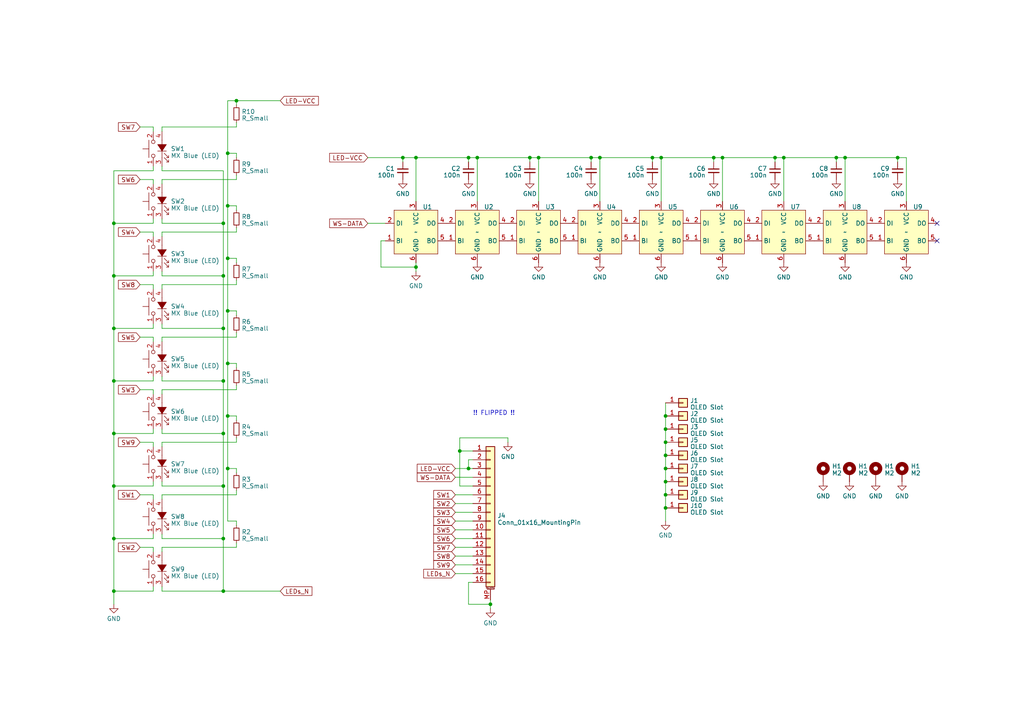
<source format=kicad_sch>
(kicad_sch (version 20221206) (generator eeschema)
  (paper "A4")
  (lib_symbols
    (symbol "Connector_Generic:Conn_01x01" (pin_names (offset 1.016) hide)
      (property "Reference" "J" (at 0 2.54 0))
      (property "Value" "Conn_01x01" (at 0 -2.54 0))
      (symbol "Conn_01x01_1_1"
        (rectangle (start -1.27 0.127) (end 0 -0.127) (stroke (width 0.1524)))
        (rectangle (start -1.27 1.27) (end 1.27 -1.27) (stroke (width 0.254)) (fill (type background)))
        (pin passive line (at -5.08 0 0) (length 3.81) (name "Pin_1") (number "1"))
      )
    )
    (symbol "Connector_Generic_MountingPin:Conn_01x16_MountingPin" (pin_names (offset 1.016) hide)
      (property "Reference" "J" (at 0 20.32 0))
      (property "Value" "Conn_01x16_MountingPin" (at 1.27 -22.86 0))
      (symbol "Conn_01x16_MountingPin_1_1"
        (rectangle (start -1.27 -20.193) (end 0 -20.447) (stroke (width 0.1524)))
        (rectangle (start -1.27 -17.653) (end 0 -17.907) (stroke (width 0.1524)))
        (rectangle (start -1.27 -15.113) (end 0 -15.367) (stroke (width 0.1524)))
        (rectangle (start -1.27 -12.573) (end 0 -12.827) (stroke (width 0.1524)))
        (rectangle (start -1.27 -10.033) (end 0 -10.287) (stroke (width 0.1524)))
        (rectangle (start -1.27 -7.493) (end 0 -7.747) (stroke (width 0.1524)))
        (rectangle (start -1.27 -4.953) (end 0 -5.207) (stroke (width 0.1524)))
        (rectangle (start -1.27 -2.413) (end 0 -2.667) (stroke (width 0.1524)))
        (rectangle (start -1.27 0.127) (end 0 -0.127) (stroke (width 0.1524)))
        (rectangle (start -1.27 2.667) (end 0 2.413) (stroke (width 0.1524)))
        (rectangle (start -1.27 5.207) (end 0 4.953) (stroke (width 0.1524)))
        (rectangle (start -1.27 7.747) (end 0 7.493) (stroke (width 0.1524)))
        (rectangle (start -1.27 10.287) (end 0 10.033) (stroke (width 0.1524)))
        (rectangle (start -1.27 12.827) (end 0 12.573) (stroke (width 0.1524)))
        (rectangle (start -1.27 15.367) (end 0 15.113) (stroke (width 0.1524)))
        (rectangle (start -1.27 17.907) (end 0 17.653) (stroke (width 0.1524)))
        (rectangle (start -1.27 19.05) (end 1.27 -21.59) (stroke (width 0.254)) (fill (type background)))
        (polyline (pts (xy -1.016 -22.352) (xy 1.016 -22.352)) (stroke (width 0.1524)))
        (text "Mounting" (at 0 -21.971 0) (effects (font (size 0.381 0.381))))
        (pin passive line (at -5.08 17.78 0) (length 3.81) (name "Pin_1") (number "1"))
        (pin passive line (at -5.08 -5.08 0) (length 3.81) (name "Pin_10") (number "10"))
        (pin passive line (at -5.08 -7.62 0) (length 3.81) (name "Pin_11") (number "11"))
        (pin passive line (at -5.08 -10.16 0) (length 3.81) (name "Pin_12") (number "12"))
        (pin passive line (at -5.08 -12.7 0) (length 3.81) (name "Pin_13") (number "13"))
        (pin passive line (at -5.08 -15.24 0) (length 3.81) (name "Pin_14") (number "14"))
        (pin passive line (at -5.08 -17.78 0) (length 3.81) (name "Pin_15") (number "15"))
        (pin passive line (at -5.08 -20.32 0) (length 3.81) (name "Pin_16") (number "16"))
        (pin passive line (at -5.08 15.24 0) (length 3.81) (name "Pin_2") (number "2"))
        (pin passive line (at -5.08 12.7 0) (length 3.81) (name "Pin_3") (number "3"))
        (pin passive line (at -5.08 10.16 0) (length 3.81) (name "Pin_4") (number "4"))
        (pin passive line (at -5.08 7.62 0) (length 3.81) (name "Pin_5") (number "5"))
        (pin passive line (at -5.08 5.08 0) (length 3.81) (name "Pin_6") (number "6"))
        (pin passive line (at -5.08 2.54 0) (length 3.81) (name "Pin_7") (number "7"))
        (pin passive line (at -5.08 0 0) (length 3.81) (name "Pin_8") (number "8"))
        (pin passive line (at -5.08 -2.54 0) (length 3.81) (name "Pin_9") (number "9"))
        (pin passive line (at 0 -25.4 90) (length 3.048) (name "MountPin") (number "MP"))
      )
    )
    (symbol "Device:C_Small" (pin_numbers hide) (pin_names (offset 0.254) hide)
      (property "Reference" "C" (at 0.254 1.778 0))
      (property "Value" "C_Small" (at 0.254 -2.032 0))
      (symbol "C_Small_0_1"
        (polyline (pts (xy -1.524 -0.508) (xy 1.524 -0.508)) (stroke (width 0.3302)))
        (polyline (pts (xy -1.524 0.508) (xy 1.524 0.508)) (stroke (width 0.3048)))
      )
      (symbol "C_Small_1_1"
        (pin passive line (at 0 2.54 270) (length 2.032) (name "~") (number "1"))
        (pin passive line (at 0 -2.54 90) (length 2.032) (name "~") (number "2"))
      )
    )
    (symbol "Device:R_Small" (pin_numbers hide) (pin_names (offset 0.254) hide)
      (property "Reference" "R" (at 0.762 0.508 0))
      (property "Value" "R_Small" (at 0.762 -1.016 0))
      (symbol "R_Small_0_1"
        (rectangle (start -0.762 1.778) (end 0.762 -1.778) (stroke (width 0.2032)))
      )
      (symbol "R_Small_1_1"
        (pin passive line (at 0 2.54 270) (length 0.762) (name "~") (number "1"))
        (pin passive line (at 0 -2.54 90) (length 0.762) (name "~") (number "2"))
      )
    )
    (symbol "Franz-Lib:WS2816"
      (property "Reference" "U" (at 0 10.16 0))
      (symbol "WS2816_0_1"
        (rectangle (start -6.35 6.35) (end 6.35 -6.35) (fill (type background)))
      )
      (symbol "WS2816_1_1"
        (pin input line (at -8.89 -2.54 0) (length 2.54) (name "BI") (number "1"))
        (pin input line (at -8.89 2.54 0) (length 2.54) (name "DI") (number "2"))
        (pin power_in line (at 0 8.89 270) (length 2.54) (name "VCC") (number "3"))
        (pin output line (at 8.89 2.54 180) (length 2.54) (name "DO") (number "4"))
        (pin output line (at 8.89 -2.54 180) (length 2.54) (name "BO") (number "5"))
        (pin power_in line (at 0 -8.89 90) (length 2.54) (name "GND") (number "6"))
      )
    )
    (symbol "Mechanical:MountingHole_Pad" (pin_numbers hide) (pin_names (offset 1.016) hide)
      (property "Reference" "H" (at 0 6.35 0))
      (property "Value" "MountingHole_Pad" (at 0 4.445 0))
      (symbol "MountingHole_Pad_0_1"
        (circle (center 0 1.27) (radius 1.27) (stroke (width 1.27)))
      )
      (symbol "MountingHole_Pad_1_1"
        (pin input line (at 0 -2.54 90) (length 2.54) (name "1") (number "1"))
      )
    )
    (symbol "Switch:SW_Push_LED" (pin_names (offset 1.016) hide)
      (property "Reference" "SW" (at 0.635 5.715 0))
      (property "Value" "SW_Push_LED" (at 0 -3.175 0))
      (symbol "SW_Push_LED_0_0"
        (polyline (pts (xy -3.81 -1.905) (xy -2.54 -0.635)))
        (polyline (pts (xy -2.54 -1.905) (xy -1.27 -0.635)))
        (polyline (pts (xy -2.54 0) (xy 2.54 0)))
        (polyline (pts (xy -0.635 1.27) (xy -0.635 -1.27)))
        (polyline (pts (xy -3.81 -1.27) (xy -3.81 -1.905) (xy -3.175 -1.905)))
        (polyline (pts (xy -2.54 -1.27) (xy -2.54 -1.905) (xy -1.905 -1.905)))
        (polyline (pts (xy -0.635 0) (xy 1.27 1.27) (xy 1.27 -1.27) (xy -0.635 0)) (fill (type outline)))
      )
      (symbol "SW_Push_LED_0_1"
        (circle (center -2.032 2.54) (radius 0.508))
        (polyline (pts (xy 0 3.81) (xy 0 5.588)))
        (polyline (pts (xy 2.54 3.81) (xy -2.54 3.81)))
        (circle (center 2.032 2.54) (radius 0.508))
        (pin passive line (at -5.08 2.54 0) (length 2.54) (name "1") (number "1"))
        (pin passive line (at 5.08 2.54 180) (length 2.54) (name "2") (number "2"))
        (pin passive line (at -5.08 0 0) (length 2.54) (name "K") (number "3"))
        (pin passive line (at 5.08 0 180) (length 2.54) (name "A") (number "4"))
      )
    )
    (symbol "power:GND" (power) (pin_names (offset 0))
      (property "Value" "GND" (at 0 -3.81 0))
      (symbol "GND_0_1"
        (polyline (pts (xy 0 0) (xy 0 -1.27) (xy 1.27 -1.27) (xy 0 -2.54) (xy -1.27 -1.27) (xy 0 -1.27)))
      )
      (symbol "GND_1_1"
        (pin power_in line (at 0 0 270) (length 0) hide (name "GND") (number "1"))
      )
    )
  )
  (junction (at 64.77 80.01))
  (junction (at 66.04 120.65))
  (junction (at 64.77 125.73))
  (junction (at 171.45 45.72))
  (junction (at 33.02 80.01))
  (junction (at 193.04 120.65))
  (junction (at 207.01 45.72))
  (junction (at 66.04 105.41))
  (junction (at 133.35 130.81))
  (junction (at 193.04 143.51))
  (junction (at 116.84 45.72))
  (junction (at 142.24 175.26))
  (junction (at 189.23 45.72))
  (junction (at 193.04 124.46))
  (junction (at 33.02 125.73))
  (junction (at 66.04 90.17))
  (junction (at 191.77 45.72))
  (junction (at 193.04 135.89))
  (junction (at 260.35 45.72))
  (junction (at 138.43 45.72))
  (junction (at 227.33 45.72))
  (junction (at 66.04 44.45))
  (junction (at 66.04 59.69))
  (junction (at 156.21 45.72))
  (junction (at 33.02 64.77))
  (junction (at 135.89 45.72))
  (junction (at 120.65 77.47))
  (junction (at 64.77 156.21))
  (junction (at 33.02 156.21))
  (junction (at 33.02 95.25))
  (junction (at 120.65 45.72))
  (junction (at 33.02 171.45))
  (junction (at 193.04 147.32))
  (junction (at 66.04 135.89))
  (junction (at 173.99 45.72))
  (junction (at 193.04 139.7))
  (junction (at 224.79 45.72))
  (junction (at 64.77 110.49))
  (junction (at 68.58 29.21))
  (junction (at 33.02 110.49))
  (junction (at 66.04 74.93))
  (junction (at 153.67 45.72))
  (junction (at 193.04 128.27))
  (junction (at 64.77 140.97))
  (junction (at 64.77 171.45))
  (junction (at 135.89 135.89))
  (junction (at 242.57 45.72))
  (junction (at 209.55 45.72))
  (junction (at 245.11 45.72))
  (junction (at 64.77 64.77))
  (junction (at 193.04 132.08))
  (junction (at 64.77 95.25))
  (junction (at 33.02 140.97))
  (no_connect (at 271.78 69.85))
  (no_connect (at 271.78 64.77))
  (wire (pts (xy 132.08 135.89) (xy 135.89 135.89)))
  (wire (pts (xy 33.02 171.45) (xy 33.02 175.26)))
  (wire (pts (xy 68.58 151.13) (xy 66.04 151.13)))
  (wire (pts (xy 33.02 140.97) (xy 33.02 125.73)))
  (wire (pts (xy 44.45 97.79) (xy 44.45 99.06)))
  (wire (pts (xy 171.45 45.72) (xy 171.45 46.99)))
  (wire (pts (xy 46.99 64.77) (xy 46.99 63.5)))
  (wire (pts (xy 33.02 125.73) (xy 44.45 125.73)))
  (wire (pts (xy 138.43 45.72) (xy 153.67 45.72)))
  (wire (pts (xy 64.77 95.25) (xy 64.77 80.01)))
  (wire (pts (xy 135.89 168.91) (xy 137.16 168.91)))
  (wire (pts (xy 193.04 128.27) (xy 193.04 132.08)))
  (wire (pts (xy 116.84 45.72) (xy 120.65 45.72)))
  (wire (pts (xy 66.04 59.69) (xy 66.04 74.93)))
  (wire (pts (xy 46.99 49.53) (xy 64.77 49.53)))
  (wire (pts (xy 135.89 45.72) (xy 135.89 46.99)))
  (wire (pts (xy 171.45 45.72) (xy 173.99 45.72)))
  (wire (pts (xy 193.04 135.89) (xy 193.04 139.7)))
  (wire (pts (xy 209.55 45.72) (xy 209.55 58.42)))
  (wire (pts (xy 227.33 45.72) (xy 242.57 45.72)))
  (wire (pts (xy 46.99 93.98) (xy 46.99 95.25)))
  (wire (pts (xy 46.99 170.18) (xy 46.99 171.45)))
  (wire (pts (xy 224.79 45.72) (xy 224.79 46.99)))
  (wire (pts (xy 44.45 140.97) (xy 44.45 139.7)))
  (wire (pts (xy 147.32 128.27) (xy 147.32 127)))
  (wire (pts (xy 193.04 116.84) (xy 193.04 120.65)))
  (wire (pts (xy 106.68 45.72) (xy 116.84 45.72)))
  (wire (pts (xy 135.89 135.89) (xy 135.89 133.35)))
  (wire (pts (xy 44.45 158.75) (xy 44.45 160.02)))
  (wire (pts (xy 245.11 45.72) (xy 245.11 58.42)))
  (wire (pts (xy 68.58 59.69) (xy 68.58 60.96)))
  (wire (pts (xy 44.45 67.31) (xy 44.45 68.58)))
  (wire (pts (xy 68.58 74.93) (xy 68.58 76.2)))
  (wire (pts (xy 68.58 66.04) (xy 68.58 67.31)))
  (wire (pts (xy 153.67 45.72) (xy 156.21 45.72)))
  (wire (pts (xy 68.58 157.48) (xy 68.58 158.75)))
  (wire (pts (xy 46.99 125.73) (xy 64.77 125.73)))
  (wire (pts (xy 224.79 45.72) (xy 227.33 45.72)))
  (wire (pts (xy 110.49 77.47) (xy 110.49 69.85)))
  (wire (pts (xy 68.58 90.17) (xy 68.58 91.44)))
  (wire (pts (xy 132.08 138.43) (xy 137.16 138.43)))
  (wire (pts (xy 46.99 109.22) (xy 46.99 110.49)))
  (wire (pts (xy 68.58 135.89) (xy 68.58 137.16)))
  (wire (pts (xy 245.11 45.72) (xy 260.35 45.72)))
  (wire (pts (xy 33.02 80.01) (xy 44.45 80.01)))
  (wire (pts (xy 33.02 95.25) (xy 44.45 95.25)))
  (wire (pts (xy 66.04 135.89) (xy 66.04 120.65)))
  (wire (pts (xy 44.45 36.83) (xy 44.45 38.1)))
  (wire (pts (xy 68.58 158.75) (xy 46.99 158.75)))
  (wire (pts (xy 132.08 151.13) (xy 137.16 151.13)))
  (wire (pts (xy 46.99 154.94) (xy 46.99 156.21)))
  (wire (pts (xy 44.45 64.77) (xy 44.45 63.5)))
  (wire (pts (xy 68.58 29.21) (xy 81.28 29.21)))
  (wire (pts (xy 68.58 105.41) (xy 68.58 106.68)))
  (wire (pts (xy 132.08 143.51) (xy 137.16 143.51)))
  (wire (pts (xy 142.24 175.26) (xy 142.24 176.53)))
  (wire (pts (xy 46.99 82.55) (xy 46.99 83.82)))
  (wire (pts (xy 132.08 163.83) (xy 137.16 163.83)))
  (wire (pts (xy 33.02 140.97) (xy 44.45 140.97)))
  (wire (pts (xy 133.35 130.81) (xy 137.16 130.81)))
  (wire (pts (xy 46.99 67.31) (xy 46.99 68.58)))
  (wire (pts (xy 135.89 175.26) (xy 135.89 168.91)))
  (wire (pts (xy 64.77 140.97) (xy 64.77 125.73)))
  (wire (pts (xy 189.23 45.72) (xy 191.77 45.72)))
  (wire (pts (xy 147.32 127) (xy 133.35 127)))
  (wire (pts (xy 135.89 45.72) (xy 138.43 45.72)))
  (wire (pts (xy 68.58 97.79) (xy 46.99 97.79)))
  (wire (pts (xy 46.99 156.21) (xy 64.77 156.21)))
  (wire (pts (xy 46.99 113.03) (xy 46.99 114.3)))
  (wire (pts (xy 138.43 45.72) (xy 138.43 58.42)))
  (wire (pts (xy 44.45 171.45) (xy 33.02 171.45)))
  (wire (pts (xy 68.58 128.27) (xy 46.99 128.27)))
  (wire (pts (xy 66.04 44.45) (xy 68.58 44.45)))
  (wire (pts (xy 46.99 139.7) (xy 46.99 140.97)))
  (wire (pts (xy 66.04 44.45) (xy 66.04 29.21)))
  (wire (pts (xy 68.58 127) (xy 68.58 128.27)))
  (wire (pts (xy 46.99 171.45) (xy 64.77 171.45)))
  (wire (pts (xy 44.45 82.55) (xy 44.45 83.82)))
  (wire (pts (xy 68.58 67.31) (xy 46.99 67.31)))
  (wire (pts (xy 66.04 59.69) (xy 66.04 44.45)))
  (wire (pts (xy 193.04 132.08) (xy 193.04 135.89)))
  (wire (pts (xy 68.58 120.65) (xy 68.58 121.92)))
  (wire (pts (xy 193.04 124.46) (xy 193.04 128.27)))
  (wire (pts (xy 193.04 120.65) (xy 193.04 124.46)))
  (wire (pts (xy 40.64 82.55) (xy 44.45 82.55)))
  (wire (pts (xy 64.77 49.53) (xy 64.77 64.77)))
  (wire (pts (xy 153.67 45.72) (xy 153.67 46.99)))
  (wire (pts (xy 68.58 111.76) (xy 68.58 113.03)))
  (wire (pts (xy 44.45 156.21) (xy 44.45 154.94)))
  (wire (pts (xy 133.35 127) (xy 133.35 130.81)))
  (wire (pts (xy 262.89 45.72) (xy 262.89 58.42)))
  (wire (pts (xy 132.08 161.29) (xy 137.16 161.29)))
  (wire (pts (xy 132.08 166.37) (xy 137.16 166.37)))
  (wire (pts (xy 68.58 44.45) (xy 68.58 45.72)))
  (wire (pts (xy 46.99 124.46) (xy 46.99 125.73)))
  (wire (pts (xy 66.04 105.41) (xy 68.58 105.41)))
  (wire (pts (xy 193.04 147.32) (xy 193.04 151.13)))
  (wire (pts (xy 68.58 52.07) (xy 46.99 52.07)))
  (wire (pts (xy 120.65 77.47) (xy 120.65 76.2)))
  (wire (pts (xy 137.16 140.97) (xy 133.35 140.97)))
  (wire (pts (xy 33.02 64.77) (xy 33.02 49.53)))
  (wire (pts (xy 135.89 133.35) (xy 137.16 133.35)))
  (wire (pts (xy 66.04 59.69) (xy 68.58 59.69)))
  (wire (pts (xy 46.99 36.83) (xy 46.99 38.1)))
  (wire (pts (xy 33.02 95.25) (xy 33.02 80.01)))
  (wire (pts (xy 64.77 156.21) (xy 64.77 140.97)))
  (wire (pts (xy 40.64 67.31) (xy 44.45 67.31)))
  (wire (pts (xy 40.64 158.75) (xy 44.45 158.75)))
  (wire (pts (xy 64.77 110.49) (xy 64.77 95.25)))
  (wire (pts (xy 66.04 74.93) (xy 66.04 90.17)))
  (wire (pts (xy 68.58 142.24) (xy 68.58 143.51)))
  (wire (pts (xy 189.23 45.72) (xy 189.23 46.99)))
  (wire (pts (xy 227.33 45.72) (xy 227.33 58.42)))
  (wire (pts (xy 209.55 45.72) (xy 224.79 45.72)))
  (wire (pts (xy 260.35 45.72) (xy 262.89 45.72)))
  (wire (pts (xy 173.99 45.72) (xy 189.23 45.72)))
  (wire (pts (xy 46.99 143.51) (xy 46.99 144.78)))
  (wire (pts (xy 44.45 128.27) (xy 44.45 129.54)))
  (wire (pts (xy 64.77 125.73) (xy 64.77 110.49)))
  (wire (pts (xy 40.64 52.07) (xy 44.45 52.07)))
  (wire (pts (xy 46.99 110.49) (xy 64.77 110.49)))
  (wire (pts (xy 207.01 45.72) (xy 209.55 45.72)))
  (wire (pts (xy 46.99 52.07) (xy 46.99 53.34)))
  (wire (pts (xy 68.58 113.03) (xy 46.99 113.03)))
  (wire (pts (xy 33.02 64.77) (xy 44.45 64.77)))
  (wire (pts (xy 68.58 96.52) (xy 68.58 97.79)))
  (wire (pts (xy 132.08 153.67) (xy 137.16 153.67)))
  (wire (pts (xy 44.45 143.51) (xy 44.45 144.78)))
  (wire (pts (xy 193.04 139.7) (xy 193.04 143.51)))
  (wire (pts (xy 68.58 50.8) (xy 68.58 52.07)))
  (wire (pts (xy 116.84 45.72) (xy 116.84 46.99)))
  (wire (pts (xy 46.99 78.74) (xy 46.99 80.01)))
  (wire (pts (xy 33.02 110.49) (xy 33.02 95.25)))
  (wire (pts (xy 133.35 140.97) (xy 133.35 130.81)))
  (wire (pts (xy 156.21 45.72) (xy 171.45 45.72)))
  (wire (pts (xy 135.89 135.89) (xy 137.16 135.89)))
  (wire (pts (xy 46.99 97.79) (xy 46.99 99.06)))
  (wire (pts (xy 120.65 78.74) (xy 120.65 77.47)))
  (wire (pts (xy 44.45 52.07) (xy 44.45 53.34)))
  (wire (pts (xy 242.57 45.72) (xy 245.11 45.72)))
  (wire (pts (xy 33.02 80.01) (xy 33.02 64.77)))
  (wire (pts (xy 68.58 29.21) (xy 68.58 30.48)))
  (wire (pts (xy 68.58 35.56) (xy 68.58 36.83)))
  (wire (pts (xy 68.58 143.51) (xy 46.99 143.51)))
  (wire (pts (xy 68.58 82.55) (xy 46.99 82.55)))
  (wire (pts (xy 44.45 125.73) (xy 44.45 124.46)))
  (wire (pts (xy 44.45 170.18) (xy 44.45 171.45)))
  (wire (pts (xy 66.04 29.21) (xy 68.58 29.21)))
  (wire (pts (xy 33.02 171.45) (xy 33.02 156.21)))
  (wire (pts (xy 191.77 45.72) (xy 207.01 45.72)))
  (wire (pts (xy 33.02 156.21) (xy 44.45 156.21)))
  (wire (pts (xy 66.04 151.13) (xy 66.04 135.89)))
  (wire (pts (xy 46.99 140.97) (xy 64.77 140.97)))
  (wire (pts (xy 132.08 148.59) (xy 137.16 148.59)))
  (wire (pts (xy 173.99 45.72) (xy 173.99 58.42)))
  (wire (pts (xy 193.04 143.51) (xy 193.04 147.32)))
  (wire (pts (xy 46.99 128.27) (xy 46.99 129.54)))
  (wire (pts (xy 66.04 105.41) (xy 66.04 90.17)))
  (wire (pts (xy 260.35 45.72) (xy 260.35 46.99)))
  (wire (pts (xy 142.24 173.99) (xy 142.24 175.26)))
  (wire (pts (xy 156.21 45.72) (xy 156.21 58.42)))
  (wire (pts (xy 120.65 45.72) (xy 135.89 45.72)))
  (wire (pts (xy 132.08 158.75) (xy 137.16 158.75)))
  (wire (pts (xy 132.08 146.05) (xy 137.16 146.05)))
  (wire (pts (xy 64.77 171.45) (xy 81.28 171.45)))
  (wire (pts (xy 68.58 152.4) (xy 68.58 151.13)))
  (wire (pts (xy 66.04 120.65) (xy 68.58 120.65)))
  (wire (pts (xy 64.77 171.45) (xy 64.77 156.21)))
  (wire (pts (xy 44.45 49.53) (xy 44.45 48.26)))
  (wire (pts (xy 46.99 80.01) (xy 64.77 80.01)))
  (wire (pts (xy 40.64 36.83) (xy 44.45 36.83)))
  (wire (pts (xy 40.64 97.79) (xy 44.45 97.79)))
  (wire (pts (xy 64.77 64.77) (xy 46.99 64.77)))
  (wire (pts (xy 68.58 36.83) (xy 46.99 36.83)))
  (wire (pts (xy 120.65 45.72) (xy 120.65 58.42)))
  (wire (pts (xy 33.02 125.73) (xy 33.02 110.49)))
  (wire (pts (xy 132.08 156.21) (xy 137.16 156.21)))
  (wire (pts (xy 40.64 143.51) (xy 44.45 143.51)))
  (wire (pts (xy 66.04 74.93) (xy 68.58 74.93)))
  (wire (pts (xy 46.99 48.26) (xy 46.99 49.53)))
  (wire (pts (xy 106.68 64.77) (xy 111.76 64.77)))
  (wire (pts (xy 46.99 158.75) (xy 46.99 160.02)))
  (wire (pts (xy 68.58 81.28) (xy 68.58 82.55)))
  (wire (pts (xy 44.45 80.01) (xy 44.45 78.74)))
  (wire (pts (xy 120.65 77.47) (xy 110.49 77.47)))
  (wire (pts (xy 110.49 69.85) (xy 111.76 69.85)))
  (wire (pts (xy 44.45 110.49) (xy 44.45 109.22)))
  (wire (pts (xy 66.04 135.89) (xy 68.58 135.89)))
  (wire (pts (xy 40.64 113.03) (xy 44.45 113.03)))
  (wire (pts (xy 207.01 45.72) (xy 207.01 46.99)))
  (wire (pts (xy 33.02 49.53) (xy 44.45 49.53)))
  (wire (pts (xy 66.04 90.17) (xy 68.58 90.17)))
  (wire (pts (xy 66.04 120.65) (xy 66.04 105.41)))
  (wire (pts (xy 44.45 113.03) (xy 44.45 114.3)))
  (wire (pts (xy 33.02 156.21) (xy 33.02 140.97)))
  (wire (pts (xy 33.02 110.49) (xy 44.45 110.49)))
  (wire (pts (xy 142.24 175.26) (xy 135.89 175.26)))
  (wire (pts (xy 191.77 45.72) (xy 191.77 58.42)))
  (wire (pts (xy 64.77 64.77) (xy 64.77 80.01)))
  (wire (pts (xy 40.64 128.27) (xy 44.45 128.27)))
  (wire (pts (xy 242.57 45.72) (xy 242.57 46.99)))
  (wire (pts (xy 44.45 95.25) (xy 44.45 93.98)))
  (wire (pts (xy 46.99 95.25) (xy 64.77 95.25)))
  (text "!! FLIPPED !!" (at 137.16 120.65 0) (effects (font (size 1.27 1.27)) (justify left bottom)))
  (global_label "SW8" (shape input) (at 40.64 82.55 180) (property "Intersheetrefs" "${INTERSHEET_REFS}" (effects hide)))
  (global_label "SW8" (shape input) (at 132.08 161.29 180) (property "Intersheetrefs" "${INTERSHEET_REFS}" (effects hide)))
  (global_label "LED-VCC" (shape input) (at 81.28 29.21 0) (property "Intersheetrefs" "${INTERSHEET_REFS}" (effects hide)))
  (global_label "SW6" (shape input) (at 40.64 52.07 180) (property "Intersheetrefs" "${INTERSHEET_REFS}" (effects hide)))
  (global_label "SW9" (shape input) (at 40.64 128.27 180) (property "Intersheetrefs" "${INTERSHEET_REFS}" (effects hide)))
  (global_label "SW4" (shape input) (at 132.08 151.13 180) (property "Intersheetrefs" "${INTERSHEET_REFS}" (effects hide)))
  (global_label "SW3" (shape input) (at 132.08 148.59 180) (property "Intersheetrefs" "${INTERSHEET_REFS}" (effects hide)))
  (global_label "LED-VCC" (shape input) (at 106.68 45.72 180) (property "Intersheetrefs" "${INTERSHEET_REFS}" (effects hide)))
  (global_label "SW3" (shape input) (at 40.64 113.03 180) (property "Intersheetrefs" "${INTERSHEET_REFS}" (effects hide)))
  (global_label "SW5" (shape input) (at 40.64 97.79 180) (property "Intersheetrefs" "${INTERSHEET_REFS}" (effects hide)))
  (global_label "SW7" (shape input) (at 132.08 158.75 180) (property "Intersheetrefs" "${INTERSHEET_REFS}" (effects hide)))
  (global_label "SW6" (shape input) (at 132.08 156.21 180) (property "Intersheetrefs" "${INTERSHEET_REFS}" (effects hide)))
  (global_label "SW1" (shape input) (at 40.64 143.51 180) (property "Intersheetrefs" "${INTERSHEET_REFS}" (effects hide)))
  (global_label "LEDs_N" (shape input) (at 81.28 171.45 0) (property "Intersheetrefs" "${INTERSHEET_REFS}" (effects hide)))
  (global_label "SW5" (shape input) (at 132.08 153.67 180) (property "Intersheetrefs" "${INTERSHEET_REFS}" (effects hide)))
  (global_label "SW4" (shape input) (at 40.64 67.31 180) (property "Intersheetrefs" "${INTERSHEET_REFS}" (effects hide)))
  (global_label "LED-VCC" (shape input) (at 132.08 135.89 180) (property "Intersheetrefs" "${INTERSHEET_REFS}" (effects hide)))
  (global_label "SW9" (shape input) (at 132.08 163.83 180) (property "Intersheetrefs" "${INTERSHEET_REFS}" (effects hide)))
  (global_label "SW1" (shape input) (at 132.08 143.51 180) (property "Intersheetrefs" "${INTERSHEET_REFS}" (effects hide)))
  (global_label "WS-DATA" (shape input) (at 132.08 138.43 180) (property "Intersheetrefs" "${INTERSHEET_REFS}" (effects hide)))
  (global_label "WS-DATA" (shape input) (at 106.68 64.77 180) (property "Intersheetrefs" "${INTERSHEET_REFS}" (effects hide)))
  (global_label "SW7" (shape input) (at 40.64 36.83 180) (property "Intersheetrefs" "${INTERSHEET_REFS}" (effects hide)))
  (global_label "SW2" (shape input) (at 132.08 146.05 180) (property "Intersheetrefs" "${INTERSHEET_REFS}" (effects hide)))
  (global_label "SW2" (shape input) (at 40.64 158.75 180) (property "Intersheetrefs" "${INTERSHEET_REFS}" (effects hide)))
  (global_label "LEDs_N" (shape input) (at 132.08 166.37 180) (property "Intersheetrefs" "${INTERSHEET_REFS}" (effects hide)))
  (symbol (lib_id "power:GND") (at 246.38 139.7 0) (unit 1)
    (property "Reference" "#PWR0113" (effects hide))
    (property "Value" "GND" (at 246.38 143.8752 0))
  )
  (symbol (lib_id "Device:R_Small") (at 68.58 63.5 0) (unit 1)
    (property "Reference" "R8" (at 70.0786 62.8563 0) (effects (justify left)))
    (property "Value" "R_Small" (at 70.0786 64.7773 0) (effects (justify left)))
    (property "Footprint" "Franz-Lib:R_0603_1608Metric_NoSilk" (effects hide))
  )
  (symbol (lib_id "Device:R_Small") (at 68.58 33.02 0) (unit 1)
    (property "Reference" "R10" (at 70.0786 32.3763 0) (effects (justify left)))
    (property "Value" "R_Small" (at 70.0786 34.2973 0) (effects (justify left)))
    (property "Footprint" "Franz-Lib:R_0603_1608Metric_NoSilk" (effects hide))
  )
  (symbol (lib_id "Device:R_Small") (at 68.58 48.26 0) (unit 1)
    (property "Reference" "R9" (at 70.0786 47.6163 0) (effects (justify left)))
    (property "Value" "R_Small" (at 70.0786 49.5373 0) (effects (justify left)))
    (property "Footprint" "Franz-Lib:R_0603_1608Metric_NoSilk" (effects hide))
  )
  (symbol (lib_id "Device:R_Small") (at 68.58 154.94 0) (unit 1)
    (property "Reference" "R2" (at 70.0786 154.2963 0) (effects (justify left)))
    (property "Value" "R_Small" (at 70.0786 156.2173 0) (effects (justify left)))
    (property "Footprint" "Franz-Lib:R_0603_1608Metric_NoSilk" (effects hide))
  )
  (symbol (lib_id "Mechanical:MountingHole_Pad") (at 238.76 137.16 0) (unit 1)
    (property "Reference" "H1" (at 241.3 135.2217 0) (effects (justify left)))
    (property "Value" "M2" (at 241.3 137.2221 0) (effects (justify left)))
    (property "Footprint" "Franz-Lib:MountingHole_2.2mm_M2_Pad_Via_NoSilk" (effects hide))
  )
  (symbol (lib_id "Connector_Generic:Conn_01x01") (at 198.12 132.08 0) (unit 1)
    (property "Reference" "J6" (at 200.152 131.4363 0) (effects (justify left)))
    (property "Value" "OLED Slot" (at 200.152 133.3573 0) (effects (justify left)))
    (property "Footprint" "Franz-Lib:Plated_Slot_10x1mm" (effects hide))
  )
  (symbol (lib_id "Device:R_Small") (at 68.58 139.7 0) (unit 1)
    (property "Reference" "R3" (at 70.0786 139.0563 0) (effects (justify left)))
    (property "Value" "R_Small" (at 70.0786 140.9773 0) (effects (justify left)))
    (property "Footprint" "Franz-Lib:R_0603_1608Metric_NoSilk" (effects hide))
  )
  (symbol (lib_id "power:GND") (at 171.45 52.07 0) (unit 1)
    (property "Reference" "#PWR0114" (effects hide))
    (property "Value" "GND" (at 171.45 56.2055 0))
  )
  (symbol (lib_id "Connector_Generic_MountingPin:Conn_01x16_MountingPin") (at 142.24 148.59 0) (unit 1)
    (property "Reference" "J4" (at 144.272 149.5473 0) (effects (justify left)))
    (property "Value" "Conn_01x16_MountingPin" (at 144.272 151.5477 0) (effects (justify left)))
    (property "Footprint" "Franz-Lib:68711614022" (effects hide))
  )
  (symbol (lib_id "power:GND") (at 238.76 139.7 0) (unit 1)
    (property "Reference" "#PWR0103" (effects hide))
    (property "Value" "GND" (at 238.76 143.8752 0))
  )
  (symbol (lib_id "Device:R_Small") (at 68.58 109.22 0) (unit 1)
    (property "Reference" "R5" (at 70.0786 108.5763 0) (effects (justify left)))
    (property "Value" "R_Small" (at 70.0786 110.4973 0) (effects (justify left)))
    (property "Footprint" "Franz-Lib:R_0603_1608Metric_NoSilk" (effects hide))
  )
  (symbol (lib_id "Franz-Lib:WS2816") (at 173.99 67.31 0) (unit 1)
    (property "Reference" "U4" (at 175.9459 59.9981 0) (effects (justify left)))
    (property "Value" "~" (at 173.99 67.31 0))
    (property "Footprint" "Franz-Lib:WS2816" (effects hide))
  )
  (symbol (lib_id "Device:R_Small") (at 68.58 124.46 0) (unit 1)
    (property "Reference" "R4" (at 70.0786 123.8163 0) (effects (justify left)))
    (property "Value" "R_Small" (at 70.0786 125.7373 0) (effects (justify left)))
    (property "Footprint" "Franz-Lib:R_0603_1608Metric_NoSilk" (effects hide))
  )
  (symbol (lib_id "Mechanical:MountingHole_Pad") (at 254 137.16 0) (unit 1)
    (property "Reference" "H1" (at 256.54 135.2217 0) (effects (justify left)))
    (property "Value" "M2" (at 256.54 137.2221 0) (effects (justify left)))
    (property "Footprint" "Franz-Lib:MountingHole_2.2mm_M2_Pad_Via_NoSilk" (effects hide))
  )
  (symbol (lib_id "power:GND") (at 254 139.7 0) (unit 1)
    (property "Reference" "#PWR0105" (effects hide))
    (property "Value" "GND" (at 254 143.8752 0))
  )
  (symbol (lib_id "Switch:SW_Push_LED") (at 46.99 165.1 90) (unit 1)
    (property "Reference" "SW9" (at 49.53 165.0667 90) (effects (justify right)))
    (property "Value" "MX Blue (LED)" (at 49.53 167.0671 90) (effects (justify right)))
    (property "Footprint" "Franz-Lib:SW_Cherry_MX_1.00u_Plate_NoSilk" (effects hide))
  )
  (symbol (lib_id "Device:C_Small") (at 116.84 49.53 0) (unit 1)
    (property "Reference" "C1" (at 114.5159 48.8926 0) (effects (justify right)))
    (property "Value" "100n" (at 114.5159 50.8136 0) (effects (justify right)))
    (property "Footprint" "Franz-Lib:C_0402_1005Metric_NoSilk" (effects hide))
  )
  (symbol (lib_id "Switch:SW_Push_LED") (at 46.99 88.9 90) (unit 1)
    (property "Reference" "SW4" (at 49.53 88.8667 90) (effects (justify right)))
    (property "Value" "MX Blue (LED)" (at 49.53 90.8671 90) (effects (justify right)))
    (property "Footprint" "Franz-Lib:SW_Cherry_MX_1.00u_Plate_NoSilk" (effects hide))
  )
  (symbol (lib_id "power:GND") (at 135.89 52.07 0) (unit 1)
    (property "Reference" "#PWR0108" (effects hide))
    (property "Value" "GND" (at 135.89 56.2055 0))
  )
  (symbol (lib_id "Connector_Generic:Conn_01x01") (at 198.12 128.27 0) (unit 1)
    (property "Reference" "J5" (at 200.152 127.6263 0) (effects (justify left)))
    (property "Value" "OLED Slot" (at 200.152 129.5473 0) (effects (justify left)))
    (property "Footprint" "Franz-Lib:Plated_Slot_10x1mm" (effects hide))
  )
  (symbol (lib_id "power:GND") (at 209.55 76.2 0) (unit 1)
    (property "Reference" "#PWR0117" (effects hide))
    (property "Value" "GND" (at 209.55 80.3752 0))
  )
  (symbol (lib_id "power:GND") (at 147.32 128.27 0) (unit 1)
    (property "Reference" "#PWR0115" (effects hide))
    (property "Value" "GND" (at 147.32 132.4452 0))
  )
  (symbol (lib_id "Switch:SW_Push_LED") (at 46.99 73.66 90) (unit 1)
    (property "Reference" "SW3" (at 49.53 73.6267 90) (effects (justify right)))
    (property "Value" "MX Blue (LED)" (at 49.53 75.6271 90) (effects (justify right)))
    (property "Footprint" "Franz-Lib:SW_Cherry_MX_1.00u_Plate_NoSilk" (effects hide))
  )
  (symbol (lib_id "Connector_Generic:Conn_01x01") (at 198.12 147.32 0) (unit 1)
    (property "Reference" "J10" (at 200.152 146.6763 0) (effects (justify left)))
    (property "Value" "OLED Slot" (at 200.152 148.5973 0) (effects (justify left)))
    (property "Footprint" "Franz-Lib:Plated_Slot_10x1mm" (effects hide))
  )
  (symbol (lib_id "power:GND") (at 33.02 175.26 0) (mirror y) (unit 1)
    (property "Reference" "#PWR0101" (effects hide))
    (property "Value" "GND" (at 33.02 179.4352 0))
  )
  (symbol (lib_id "power:GND") (at 153.67 52.07 0) (unit 1)
    (property "Reference" "#PWR0107" (effects hide))
    (property "Value" "GND" (at 153.67 56.2055 0))
  )
  (symbol (lib_id "power:GND") (at 262.89 76.2 0) (unit 1)
    (property "Reference" "#PWR0125" (effects hide))
    (property "Value" "GND" (at 262.89 80.3752 0))
  )
  (symbol (lib_id "Device:R_Small") (at 68.58 78.74 0) (unit 1)
    (property "Reference" "R7" (at 70.0786 78.0963 0) (effects (justify left)))
    (property "Value" "R_Small" (at 70.0786 80.0173 0) (effects (justify left)))
    (property "Footprint" "Franz-Lib:R_0603_1608Metric_NoSilk" (effects hide))
  )
  (symbol (lib_id "power:GND") (at 261.62 139.7 0) (unit 1)
    (property "Reference" "#PWR0106" (effects hide))
    (property "Value" "GND" (at 261.62 143.8752 0))
  )
  (symbol (lib_id "Connector_Generic:Conn_01x01") (at 198.12 143.51 0) (unit 1)
    (property "Reference" "J9" (at 200.152 142.8663 0) (effects (justify left)))
    (property "Value" "OLED Slot" (at 200.152 144.7873 0) (effects (justify left)))
    (property "Footprint" "Franz-Lib:Plated_Slot_10x1mm" (effects hide))
  )
  (symbol (lib_id "power:GND") (at 173.99 76.2 0) (unit 1)
    (property "Reference" "#PWR0120" (effects hide))
    (property "Value" "GND" (at 173.99 80.3752 0))
  )
  (symbol (lib_id "Connector_Generic:Conn_01x01") (at 198.12 120.65 0) (unit 1)
    (property "Reference" "J2" (at 200.152 120.0063 0) (effects (justify left)))
    (property "Value" "OLED Slot" (at 200.152 121.9273 0) (effects (justify left)))
    (property "Footprint" "Franz-Lib:Plated_Slot_10x1mm" (effects hide))
  )
  (symbol (lib_id "power:GND") (at 120.65 78.74 0) (unit 1)
    (property "Reference" "#PWR0112" (effects hide))
    (property "Value" "GND" (at 120.65 82.9152 0))
  )
  (symbol (lib_id "Franz-Lib:WS2816") (at 209.55 67.31 0) (unit 1)
    (property "Reference" "U6" (at 211.5059 59.9981 0) (effects (justify left)))
    (property "Value" "~" (at 209.55 67.31 0))
    (property "Footprint" "Franz-Lib:WS2816" (effects hide))
  )
  (symbol (lib_id "Device:C_Small") (at 242.57 49.53 0) (unit 1)
    (property "Reference" "C8" (at 240.2459 48.8926 0) (effects (justify right)))
    (property "Value" "100n" (at 240.2459 50.8136 0) (effects (justify right)))
    (property "Footprint" "Franz-Lib:C_0402_1005Metric_NoSilk" (effects hide))
  )
  (symbol (lib_id "Mechanical:MountingHole_Pad") (at 246.38 137.16 0) (unit 1)
    (property "Reference" "H1" (at 248.92 135.2217 0) (effects (justify left)))
    (property "Value" "M2" (at 248.92 137.2221 0) (effects (justify left)))
    (property "Footprint" "Franz-Lib:MountingHole_2.2mm_M2_Pad_Via_NoSilk" (effects hide))
  )
  (symbol (lib_id "power:GND") (at 245.11 76.2 0) (unit 1)
    (property "Reference" "#PWR0124" (effects hide))
    (property "Value" "GND" (at 245.11 80.3752 0))
  )
  (symbol (lib_id "power:GND") (at 227.33 76.2 0) (unit 1)
    (property "Reference" "#PWR0126" (effects hide))
    (property "Value" "GND" (at 227.33 80.3752 0))
  )
  (symbol (lib_id "Switch:SW_Push_LED") (at 46.99 149.86 90) (unit 1)
    (property "Reference" "SW8" (at 49.53 149.8267 90) (effects (justify right)))
    (property "Value" "MX Blue (LED)" (at 49.53 151.8271 90) (effects (justify right)))
    (property "Footprint" "Franz-Lib:SW_Cherry_MX_1.00u_Plate_NoSilk" (effects hide))
  )
  (symbol (lib_id "Franz-Lib:WS2816") (at 120.65 67.31 0) (unit 1)
    (property "Reference" "U1" (at 122.6059 59.9981 0) (effects (justify left)))
    (property "Value" "~" (at 120.65 67.31 0))
    (property "Footprint" "Franz-Lib:WS2816" (effects hide))
  )
  (symbol (lib_id "Device:C_Small") (at 260.35 49.53 0) (unit 1)
    (property "Reference" "C9" (at 258.0259 48.8926 0) (effects (justify right)))
    (property "Value" "100n" (at 258.0259 50.8136 0) (effects (justify right)))
    (property "Footprint" "Franz-Lib:C_0402_1005Metric_NoSilk" (effects hide))
  )
  (symbol (lib_id "Switch:SW_Push_LED") (at 46.99 119.38 90) (unit 1)
    (property "Reference" "SW6" (at 49.53 119.3467 90) (effects (justify right)))
    (property "Value" "MX Blue (LED)" (at 49.53 121.3471 90) (effects (justify right)))
    (property "Footprint" "Franz-Lib:SW_Cherry_MX_1.00u_Plate_NoSilk" (effects hide))
  )
  (symbol (lib_id "Device:R_Small") (at 68.58 93.98 0) (unit 1)
    (property "Reference" "R6" (at 70.0786 93.3363 0) (effects (justify left)))
    (property "Value" "R_Small" (at 70.0786 95.2573 0) (effects (justify left)))
    (property "Footprint" "Franz-Lib:R_0603_1608Metric_NoSilk" (effects hide))
  )
  (symbol (lib_id "power:GND") (at 207.01 52.07 0) (unit 1)
    (property "Reference" "#PWR0118" (effects hide))
    (property "Value" "GND" (at 207.01 56.2055 0))
  )
  (symbol (lib_id "Device:C_Small") (at 189.23 49.53 0) (unit 1)
    (property "Reference" "C5" (at 186.9059 48.8926 0) (effects (justify right)))
    (property "Value" "100n" (at 186.9059 50.8136 0) (effects (justify right)))
    (property "Footprint" "Franz-Lib:C_0402_1005Metric_NoSilk" (effects hide))
  )
  (symbol (lib_id "power:GND") (at 156.21 76.2 0) (unit 1)
    (property "Reference" "#PWR0111" (effects hide))
    (property "Value" "GND" (at 156.21 80.3752 0))
  )
  (symbol (lib_id "Switch:SW_Push_LED") (at 46.99 43.18 90) (unit 1)
    (property "Reference" "SW1" (at 49.53 43.1467 90) (effects (justify right)))
    (property "Value" "MX Blue (LED)" (at 49.53 45.1471 90) (effects (justify right)))
    (property "Footprint" "Franz-Lib:SW_Cherry_MX_1.00u_Plate_NoSilk" (effects hide))
  )
  (symbol (lib_id "power:GND") (at 189.23 52.07 0) (unit 1)
    (property "Reference" "#PWR0116" (effects hide))
    (property "Value" "GND" (at 189.23 56.2055 0))
  )
  (symbol (lib_id "Switch:SW_Push_LED") (at 46.99 104.14 90) (unit 1)
    (property "Reference" "SW5" (at 49.53 104.1067 90) (effects (justify right)))
    (property "Value" "MX Blue (LED)" (at 49.53 106.1071 90) (effects (justify right)))
    (property "Footprint" "Franz-Lib:SW_Cherry_MX_1.00u_Plate_NoSilk" (effects hide))
  )
  (symbol (lib_id "Franz-Lib:WS2816") (at 262.89 67.31 0) (unit 1)
    (property "Reference" "U9" (at 264.8459 59.9981 0) (effects (justify left)))
    (property "Value" "~" (at 262.89 67.31 0))
    (property "Footprint" "Franz-Lib:WS2816" (effects hide))
  )
  (symbol (lib_id "Device:C_Small") (at 224.79 49.53 0) (unit 1)
    (property "Reference" "C7" (at 222.4659 48.8926 0) (effects (justify right)))
    (property "Value" "100n" (at 222.4659 50.8136 0) (effects (justify right)))
    (property "Footprint" "Franz-Lib:C_0402_1005Metric_NoSilk" (effects hide))
  )
  (symbol (lib_id "Franz-Lib:WS2816") (at 245.11 67.31 0) (unit 1)
    (property "Reference" "U8" (at 247.0659 59.9981 0) (effects (justify left)))
    (property "Value" "~" (at 245.11 67.31 0))
    (property "Footprint" "Franz-Lib:WS2816" (effects hide))
  )
  (symbol (lib_id "Franz-Lib:WS2816") (at 156.21 67.31 0) (unit 1)
    (property "Reference" "U3" (at 158.1659 59.9981 0) (effects (justify left)))
    (property "Value" "~" (at 156.21 67.31 0))
    (property "Footprint" "Franz-Lib:WS2816" (effects hide))
  )
  (symbol (lib_id "Device:C_Small") (at 153.67 49.53 0) (unit 1)
    (property "Reference" "C3" (at 151.3459 48.8926 0) (effects (justify right)))
    (property "Value" "100n" (at 151.3459 50.8136 0) (effects (justify right)))
    (property "Footprint" "Franz-Lib:C_0402_1005Metric_NoSilk" (effects hide))
  )
  (symbol (lib_id "Franz-Lib:WS2816") (at 138.43 67.31 0) (unit 1)
    (property "Reference" "U2" (at 140.3859 59.9981 0) (effects (justify left)))
    (property "Value" "~" (at 138.43 67.31 0))
    (property "Footprint" "Franz-Lib:WS2816" (effects hide))
  )
  (symbol (lib_id "power:GND") (at 242.57 52.07 0) (unit 1)
    (property "Reference" "#PWR0123" (effects hide))
    (property "Value" "GND" (at 242.57 56.2055 0))
  )
  (symbol (lib_id "Switch:SW_Push_LED") (at 46.99 58.42 90) (unit 1)
    (property "Reference" "SW2" (at 49.53 58.3867 90) (effects (justify right)))
    (property "Value" "MX Blue (LED)" (at 49.53 60.3871 90) (effects (justify right)))
    (property "Footprint" "Franz-Lib:SW_Cherry_MX_1.00u_Plate_NoSilk" (effects hide))
  )
  (symbol (lib_id "Connector_Generic:Conn_01x01") (at 198.12 124.46 0) (unit 1)
    (property "Reference" "J3" (at 200.152 123.8163 0) (effects (justify left)))
    (property "Value" "OLED Slot" (at 200.152 125.7373 0) (effects (justify left)))
    (property "Footprint" "Franz-Lib:Plated_Slot_10x1mm" (effects hide))
  )
  (symbol (lib_id "Franz-Lib:WS2816") (at 191.77 67.31 0) (unit 1)
    (property "Reference" "U5" (at 193.7259 59.9981 0) (effects (justify left)))
    (property "Value" "~" (at 191.77 67.31 0))
    (property "Footprint" "Franz-Lib:WS2816" (effects hide))
  )
  (symbol (lib_id "power:GND") (at 260.35 52.07 0) (unit 1)
    (property "Reference" "#PWR0122" (effects hide))
    (property "Value" "GND" (at 260.35 56.2055 0))
  )
  (symbol (lib_id "power:GND") (at 224.79 52.07 0) (unit 1)
    (property "Reference" "#PWR0119" (effects hide))
    (property "Value" "GND" (at 224.79 56.2055 0))
  )
  (symbol (lib_id "Franz-Lib:WS2816") (at 227.33 67.31 0) (unit 1)
    (property "Reference" "U7" (at 229.2859 59.9981 0) (effects (justify left)))
    (property "Value" "~" (at 227.33 67.31 0))
    (property "Footprint" "Franz-Lib:WS2816" (effects hide))
  )
  (symbol (lib_id "Connector_Generic:Conn_01x01") (at 198.12 116.84 0) (unit 1)
    (property "Reference" "J1" (at 200.152 116.1963 0) (effects (justify left)))
    (property "Value" "OLED Slot" (at 200.152 118.1173 0) (effects (justify left)))
    (property "Footprint" "Franz-Lib:Plated_Slot_10x1mm" (effects hide))
  )
  (symbol (lib_id "Connector_Generic:Conn_01x01") (at 198.12 139.7 0) (unit 1)
    (property "Reference" "J8" (at 200.152 139.0563 0) (effects (justify left)))
    (property "Value" "OLED Slot" (at 200.152 140.9773 0) (effects (justify left)))
    (property "Footprint" "Franz-Lib:Plated_Slot_10x1mm" (effects hide))
  )
  (symbol (lib_id "Switch:SW_Push_LED") (at 46.99 134.62 90) (unit 1)
    (property "Reference" "SW7" (at 49.53 134.5867 90) (effects (justify right)))
    (property "Value" "MX Blue (LED)" (at 49.53 136.5871 90) (effects (justify right)))
    (property "Footprint" "Franz-Lib:SW_Cherry_MX_1.00u_Plate_NoSilk" (effects hide))
  )
  (symbol (lib_id "Device:C_Small") (at 171.45 49.53 0) (unit 1)
    (property "Reference" "C4" (at 169.1259 48.8926 0) (effects (justify right)))
    (property "Value" "100n" (at 169.1259 50.8136 0) (effects (justify right)))
    (property "Footprint" "Franz-Lib:C_0402_1005Metric_NoSilk" (effects hide))
  )
  (symbol (lib_id "Device:C_Small") (at 207.01 49.53 0) (unit 1)
    (property "Reference" "C6" (at 204.6859 48.8926 0) (effects (justify right)))
    (property "Value" "100n" (at 204.6859 50.8136 0) (effects (justify right)))
    (property "Footprint" "Franz-Lib:C_0402_1005Metric_NoSilk" (effects hide))
  )
  (symbol (lib_id "power:GND") (at 116.84 52.07 0) (unit 1)
    (property "Reference" "#PWR0104" (effects hide))
    (property "Value" "GND" (at 116.84 56.2055 0))
  )
  (symbol (lib_id "Device:C_Small") (at 135.89 49.53 0) (unit 1)
    (property "Reference" "C2" (at 133.5659 48.8926 0) (effects (justify right)))
    (property "Value" "100n" (at 133.5659 50.8136 0) (effects (justify right)))
    (property "Footprint" "Franz-Lib:C_0402_1005Metric_NoSilk" (effects hide))
  )
  (symbol (lib_id "Mechanical:MountingHole_Pad") (at 261.62 137.16 0) (unit 1)
    (property "Reference" "H1" (at 264.16 135.2217 0) (effects (justify left)))
    (property "Value" "M2" (at 264.16 137.2221 0) (effects (justify left)))
    (property "Footprint" "Franz-Lib:MountingHole_2.2mm_M2_Pad_Via_NoSilk" (effects hide))
  )
  (symbol (lib_id "power:GND") (at 138.43 76.2 0) (unit 1)
    (property "Reference" "#PWR0109" (effects hide))
    (property "Value" "GND" (at 138.43 80.3752 0))
  )
  (symbol (lib_id "Connector_Generic:Conn_01x01") (at 198.12 135.89 0) (unit 1)
    (property "Reference" "J7" (at 200.152 135.2463 0) (effects (justify left)))
    (property "Value" "OLED Slot" (at 200.152 137.1673 0) (effects (justify left)))
    (property "Footprint" "Franz-Lib:Plated_Slot_10x1mm" (effects hide))
  )
  (symbol (lib_id "power:GND") (at 191.77 76.2 0) (unit 1)
    (property "Reference" "#PWR0121" (effects hide))
    (property "Value" "GND" (at 191.77 80.3752 0))
  )
  (symbol (lib_id "power:GND") (at 193.04 151.13 0) (unit 1)
    (property "Reference" "#PWR0110" (effects hide))
    (property "Value" "GND" (at 193.04 155.2655 0))
  )
  (symbol (lib_id "power:GND") (at 142.24 176.53 0) (unit 1)
    (property "Reference" "#PWR0102" (effects hide))
    (property "Value" "GND" (at 142.24 180.7052 0))
  )
)
</source>
